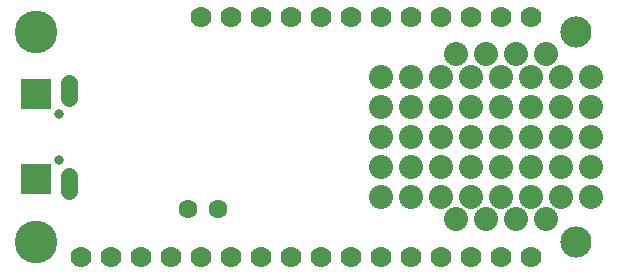
<source format=gbr>
G04 EAGLE Gerber RS-274X export*
G75*
%MOMM*%
%FSLAX34Y34*%
%LPD*%
%INSoldermask Bottom*%
%IPPOS*%
%AMOC8*
5,1,8,0,0,1.08239X$1,22.5*%
G01*
%ADD10C,2.641600*%
%ADD11C,3.617600*%
%ADD12C,0.801600*%
%ADD13R,2.601600X2.601600*%
%ADD14C,1.409600*%
%ADD15C,1.778000*%
%ADD16C,1.601600*%
%ADD17C,2.032000*%


D10*
X482600Y203200D03*
X482600Y25400D03*
D11*
X25400Y203200D03*
X25400Y25400D03*
D12*
X44450Y133800D03*
X44450Y94800D03*
D13*
X25450Y78300D03*
X25450Y150300D03*
D14*
X53450Y147300D02*
X53450Y160380D01*
X53450Y81300D02*
X53450Y68220D01*
D15*
X444500Y12700D03*
X419100Y12700D03*
X393700Y12700D03*
X368300Y12700D03*
X342900Y12700D03*
X317500Y12700D03*
X292100Y12700D03*
X266700Y12700D03*
X241300Y12700D03*
X215900Y12700D03*
X190500Y12700D03*
X165100Y12700D03*
X139700Y12700D03*
X114300Y12700D03*
X88900Y12700D03*
X63500Y12700D03*
X165100Y215900D03*
X190500Y215900D03*
X215900Y215900D03*
X241300Y215900D03*
X266700Y215900D03*
X292100Y215900D03*
X317500Y215900D03*
X342900Y215900D03*
X368300Y215900D03*
X393700Y215900D03*
X419100Y215900D03*
X444500Y215900D03*
D16*
X153670Y53340D03*
X179070Y53340D03*
D17*
X381000Y44450D03*
X406400Y44450D03*
X431800Y44450D03*
X457200Y44450D03*
X381000Y184150D03*
X406400Y184150D03*
X431800Y184150D03*
X457200Y184150D03*
X444500Y165100D03*
X444500Y139700D03*
X469900Y139700D03*
X469900Y165100D03*
X495300Y165100D03*
X495300Y139700D03*
X495300Y114300D03*
X495300Y88900D03*
X469900Y88900D03*
X469900Y114300D03*
X444500Y114300D03*
X444500Y88900D03*
X444500Y63500D03*
X469900Y63500D03*
X419100Y63500D03*
X419100Y88900D03*
X419100Y114300D03*
X419100Y139700D03*
X419100Y165100D03*
X393700Y165100D03*
X393700Y139700D03*
X393700Y114300D03*
X393700Y88900D03*
X393700Y63500D03*
X368300Y63500D03*
X368300Y88900D03*
X368300Y114300D03*
X368300Y139700D03*
X368300Y165100D03*
X342900Y165100D03*
X342900Y139700D03*
X342900Y114300D03*
X342900Y88900D03*
X342900Y63500D03*
X495300Y63500D03*
X317500Y139700D03*
X317500Y114300D03*
X317500Y165100D03*
X317500Y88900D03*
X317500Y63500D03*
M02*

</source>
